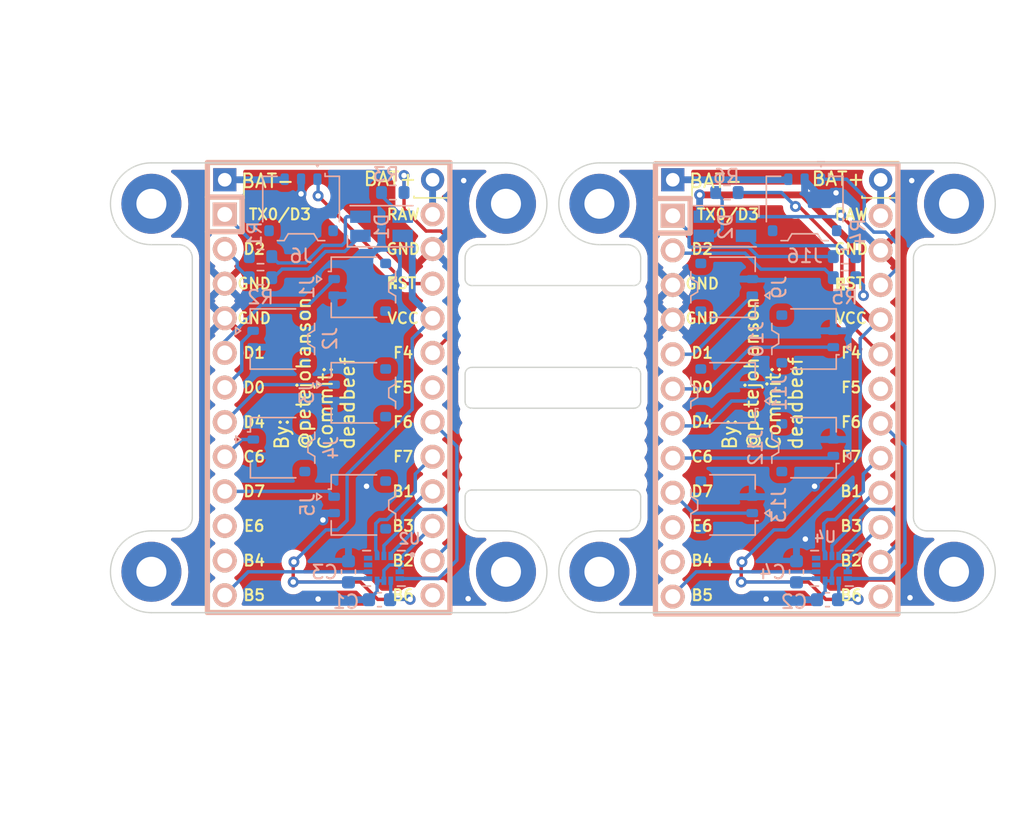
<source format=kicad_pcb>
(kicad_pcb (version 20211014) (generator pcbnew)
  (layers (0 "F.Cu" signal) (31 "B.Cu" signal) (34 "B.Paste" user) (35 "F.Paste" user) (36 "B.SilkS" user "B.Silkscreen") (37 "F.SilkS" user "F.Silkscreen") (38 "B.Mask" user) (39 "F.Mask" user) (44 "Edge.Cuts" user))
  (property "COMMIT" "deadbeef")
  (net 0 "")
  (net 1 "GND")
  (net 2 "VCC")
  (net 3 "Net-(D1-Pad2)")
  (net 5 "ACC_INT1")
  (net 6 "ACC_INT2")
  (net 7 "COPI")
  (net 9 "CIPO")
  (net 10 "SCL")
  (net 11 "ACC_CS")
  (net 13 "Net-(D1-Pad4)")
  (net 14 "GND1")
  (net 15 "BAT-")
  (net 16 "RESET")
  (net 18 "Net-(D1-Pad3)")
  (net 20 "SW1")
  (net 21 "SW2")
  (net 22 "SW3")
  (net 23 "SW4")
  (net 24 "SW5")
  (net 25 "LED_R")
  (net 26 "LED_G")
  (net 27 "LED_B")
  (net 29 "VCCQ")
  (net 30 "Net-(D2-Pad2)")
  (net 31 "Net-(D2-Pad3)")
  (net 32 "Net-(D2-Pad4)")
  (net 33 "BAT+")
  (net 34 "SW1_r")
  (net 35 "SW2_r")
  (net 36 "SW3_r")
  (net 37 "SW4_r")
  (net 38 "SW5_r")
  (net 39 "BAT+_r")
  (net 40 "BAT-_r")
  (net 41 "RESET_r")
  (net 42 "LED_R_r")
  (net 43 "LED_G_r")
  (net 44 "LED_B_r")
  (net 48 "COPI_r")
  (net 49 "CIPO_r")
  (net 50 "SCL_r")
  (net 51 "ACC_CS_r")
  (net 52 "ACC_INT1_r")
  (net 54 "ACC_INT2_r")
  (footprint "MountingHole:MountingHole_2.2mm_M2_Pad" (layer "F.Cu") (at 119.85 86.5)
    (fp_text reference "H5" hide)
    (fp_text value "MountingHole")
  )
  (footprint "Keebio-Parts:breakaway-mousebites" (layer "F.Cu") (at 122.72385 104.5 90)
    (fp_text reference "REF**" hide)
    (fp_text value "breakaway-mousebites" hide)
  )
  (footprint "Keebio-Parts:ArduinoProMicro" (layer "F.Cu") (at 132.85 101.35 -90)
    (fp_text reference "U3" hide)
    (fp_text value "ProMicro" hide)
  )
  (footprint "Keebio-Parts:breakaway-mousebites" (layer "F.Cu") (at 122.67385 95.575 90)
    (fp_text reference "REF**" hide)
    (fp_text value "breakaway-mousebites" hide)
  )
  (footprint "Keebio-Parts:breakaway-mousebites" (layer "F.Cu") (at 110.22615 104.475 -90)
    (fp_text reference "REF**" hide)
    (fp_text value "breakaway-mousebites" hide)
  )
  (footprint "Keebio-Parts:ArduinoProMicro" (layer "F.Cu") (at 100 101.25 -90)
    (fp_text reference "U1" hide)
    (fp_text value "ProMicro" hide)
  )
  (footprint "Connector_PinSocket_2.54mm:PinSocket_1x01_P2.54mm_Vertical" (layer "F.Cu") (at 125.3105 84.771 -90)
    (fp_text reference "J15" hide)
    (fp_text value "BAT-")
  )
  (footprint "MountingHole:MountingHole_2.2mm_M2_Pad" (layer "F.Cu") (at 113 86.5)
    (fp_text reference "H2" hide)
    (fp_text value "MountingHole")
  )
  (footprint "Connector_PinSocket_2.54mm:PinSocket_1x01_P2.54mm_Vertical" (layer "F.Cu") (at 107.5855 84.74)
    (fp_text reference "J7" hide)
    (fp_text value "BAT+")
  )
  (footprint "MountingHole:MountingHole_2.2mm_M2_Pad" (layer "F.Cu") (at 87 113.5 180)
    (fp_text reference "H3" hide)
    (fp_text value "MountingHole")
  )
  (footprint "MountingHole:MountingHole_2.2mm_M2_Pad" (layer "F.Cu") (at 87 86.5)
    (fp_text reference "H1" hide)
    (fp_text value "MountingHole")
  )
  (footprint "MountingHole:MountingHole_2.2mm_M2_Pad" (layer "F.Cu") (at 145.85 86.5)
    (fp_text reference "H6" hide)
    (fp_text value "MountingHole")
  )
  (footprint "MountingHole:MountingHole_2.2mm_M2_Pad" (layer "F.Cu") (at 145.85 113.5)
    (fp_text reference "H8" hide)
    (fp_text value "MountingHole")
  )
  (footprint "MountingHole:MountingHole_2.2mm_M2_Pad" (layer "F.Cu") (at 113 113.5)
    (fp_text reference "H4" hide)
    (fp_text value "MountingHole")
  )
  (footprint "Keebio-Parts:breakaway-mousebites" (layer "F.Cu") (at 110.125 95.525 -90)
    (fp_text reference "REF**" hide)
    (fp_text value "breakaway-mousebites" hide)
  )
  (footprint "Connector_PinSocket_2.54mm:PinSocket_1x01_P2.54mm_Vertical" (layer "F.Cu") (at 140.4355 84.74)
    (fp_text reference "J14" hide)
    (fp_text value "BAT+")
  )
  (footprint "Connector_PinSocket_2.54mm:PinSocket_1x01_P2.54mm_Vertical" (layer "F.Cu") (at 92.4605 84.771 -90)
    (fp_text reference "J8" hide)
    (fp_text value "BAT-")
  )
  (footprint "MountingHole:MountingHole_2.2mm_M2_Pad" (layer "F.Cu") (at 119.85 113.5 180)
    (fp_text reference "H7" hide)
    (fp_text value "MountingHole")
  )
  (footprint "Resistor_SMD:R_0603_1608Metric" (layer "B.Cu") (at 104.7 85.675 180)
    (fp_text reference "R3")
    (fp_text value "22")
  )
  (footprint "LED_SMD:LED_RGB_Wuerth-PLCC4_3.2x2.8mm_150141M173100" (layer "B.Cu") (at 129.05 88.15 180)
    (fp_text reference "D2")
    (fp_text value "LED_ABGR")
  )
  (footprint "LED_SMD:LED_RGB_Wuerth-PLCC4_3.2x2.8mm_150141M173100" (layer "B.Cu") (at 103.875 88.15)
    (fp_text reference "D1")
    (fp_text value "LED_ABGR")
  )
  (footprint "Resistor_SMD:R_0603_1608Metric" (layer "B.Cu") (at 95 90.375)
    (fp_text reference "R1")
    (fp_text value "68")
  )
  (footprint "Capacitor_SMD:C_0603_1608Metric" (layer "B.Cu") (at 103.725 115.55)
    (fp_text reference "C1")
    (fp_text value "100nF")
  )
  (footprint "Capacitor_SMD:C_0603_1608Metric" (layer "B.Cu") (at 136.575 115.55)
    (fp_text reference "C2")
    (fp_text value "100nF")
  )
  (footprint "Connector_Molex:Molex_Pico-EZmate_78171-0002_1x02-1MP_P1.20mm_Vertical" (layer "B.Cu") (at 102.275 100.371 -90)
    (fp_text reference "J3")
    (fp_text value "Conn_01x02")
  )
  (footprint "Resistor_SMD:R_0603_1608Metric" (layer "B.Cu") (at 137.825 90.375)
    (fp_text reference "R4")
    (fp_text value "68")
  )
  (footprint "Resistor_SMD:R_0603_1608Metric" (layer "B.Cu") (at 95 91.925)
    (fp_text reference "R2")
    (fp_text value "22")
  )
  (footprint "Connector_Molex:Molex_Pico-EZmate_78171-0003_1x03-1MP_P1.20mm_Vertical" (layer "B.Cu") (at 97.975 86.575 180)
    (fp_text reference "J6")
    (fp_text value "Power/Reset")
  )
  (footprint "Capacitor_SMD:C_0603_1608Metric" (layer "B.Cu") (at 101.45 113.5 90)
    (fp_text reference "C3")
    (fp_text value "100nF")
  )
  (footprint "main:PQFN50P250X300X86-14N" (layer "B.Cu") (at 136.9 113.25 180)
    (fp_text reference "U4")
    (fp_text value "LSM6DSO")
  )
  (footprint "Connector_Molex:Molex_Pico-EZmate_78171-0002_1x02-1MP_P1.20mm_Vertical" (layer "B.Cu") (at 129.184277 92.625 90)
    (fp_text reference "J9")
    (fp_text value "Conn_01x02")
  )
  (footprint "Connector_Molex:Molex_Pico-EZmate_78171-0002_1x02-1MP_P1.20mm_Vertical" (layer "B.Cu") (at 129.184277 100.371 90)
    (fp_text reference "J11")
    (fp_text value "Conn_01x02")
  )
  (footprint "Connector_Molex:Molex_Pico-EZmate_78171-0003_1x03-1MP_P1.20mm_Vertical" (layer "B.Cu") (at 134.9 86.575 180)
    (fp_text reference "J16")
    (fp_text value "Power/Reset")
  )
  (footprint "Capacitor_SMD:C_0603_1608Metric" (layer "B.Cu") (at 134.3 113.5 90)
    (fp_text reference "C4")
    (fp_text value "100nF")
  )
  (footprint "Resistor_SMD:R_0603_1608Metric" (layer "B.Cu") (at 129.2 85.675 180)
    (fp_text reference "R6")
    (fp_text value "22")
  )
  (footprint "Connector_Molex:Molex_Pico-EZmate_78171-0002_1x02-1MP_P1.20mm_Vertical" (layer "B.Cu") (at 102.275 108.596 -90)
    (fp_text reference "J5")
    (fp_text value "Conn_01x02")
  )
  (footprint "Connector_Molex:Molex_Pico-EZmate_78171-0002_1x02-1MP_P1.20mm_Vertical" (layer "B.Cu") (at 129.184277 108.596 90)
    (fp_text reference "J13")
    (fp_text value "Conn_01x02")
  )
  (footprint "main:PQFN50P250X300X86-14N" (layer "B.Cu") (at 104.05 113.25 180)
    (fp_text reference "U2")
    (fp_text value "LSM6DSO")
  )
  (footprint "Connector_Molex:Molex_Pico-EZmate_78171-0002_1x02-1MP_P1.20mm_Vertical" (layer "B.Cu") (at 102.275 92.625 -90)
    (fp_text reference "J1")
    (fp_text value "Conn_01x02")
  )
  (footprint "Connector_Molex:Molex_Pico-EZmate_78171-0002_1x02-1MP_P1.20mm_Vertical" (layer "B.Cu") (at 135.125 96.421 90)
    (fp_text reference "J10")
    (fp_text value "Conn_01x02")
  )
  (footprint "Connector_Molex:Molex_Pico-EZmate_78171-0002_1x02-1MP_P1.20mm_Vertical" (layer "B.Cu") (at 96.334277 96.421 -90)
    (fp_text reference "J2")
    (fp_text value "Conn_01x02")
  )
  (footprint "Resistor_SMD:R_0603_1608Metric" (layer "B.Cu") (at 137.825 91.925)
    (fp_text reference "R5")
    (fp_text value "22")
  )
  (footprint "Connector_Molex:Molex_Pico-EZmate_78171-0002_1x02-1MP_P1.20mm_Vertical" (layer "B.Cu") (at 135.125 104.396 90)
    (fp_text reference "J12")
    (fp_text value "Conn_01x02")
  )
  (footprint "Connector_Molex:Molex_Pico-EZmate_78171-0002_1x02-1MP_P1.20mm_Vertical" (layer "B.Cu") (at 96.35 104.396 -90)
    (fp_text reference "J4")
    (fp_text value "Conn_01x02")
  )
  (gr_arc (start 122.8755 101) (mid 122.729053 101.353553) (end 122.3755 101.5) (layer "Edge.Cuts") (width 0.1))
  (gr_arc (start 122.8755 92) (mid 122.729053 92.353553) (end 122.3755 92.5) (layer "Edge.Cuts") (width 0.1))
  (gr_arc (start 122.3755 98.5) (mid 122.729053 98.646447) (end 122.8755 99) (layer "Edge.Cuts") (width 0.1))
  (gr_arc (start 113.0005 83.5) (mid 116.0005 86.5) (end 113.0005 89.5) (layer "Edge.Cuts") (width 0.1))
  (gr_line (start 121.8755 110.5) (end 119.8755 110.5) (layer "Edge.Cuts") (width 0.1))
  (gr_arc (start 119.8755 89.5) (mid 116.8755 86.5) (end 119.8755 83.5) (layer "Edge.Cuts") (width 0.1))
  (gr_line (start 110.5005 107.5) (end 122.3755 107.5) (layer "Edge.Cuts") (width 0.1))
  (gr_line (start 122.8755 108) (end 122.8755 109.5) (layer "Edge.Cuts") (width 0.1))
  (gr_line (start 110.5005 98.5) (end 122.3755 98.5) (layer "Edge.Cuts") (width 0.1))
  (gr_line (start 110.5005 92.5) (end 122.3755 92.5) (layer "Edge.Cuts") (width 0.1))
  (gr_arc (start 113.0005 110.5) (mid 116.0005 113.5) (end 113.0005 116.5) (layer "Edge.Cuts") (width 0.1))
  (gr_arc (start 110.0005 99) (mid 110.146947 98.646447) (end 110.5005 98.5) (layer "Edge.Cuts") (width 0.1))
  (gr_line (start 87.0005 116.5) (end 113.0005 116.5) (layer "Edge.Cuts") (width 0.1))
  (gr_arc (start 142.8755 90.5) (mid 143.168393 89.792893) (end 143.8755 89.5) (layer "Edge.Cuts") (width 0.1))
  (gr_line (start 87.0005 83.5) (end 113.0005 83.5) (layer "Edge.Cuts") (width 0.1))
  (gr_line (start 111.0005 110.5) (end 113.0005 110.5) (layer "Edge.Cuts") (width 0.1))
  (gr_line (start 89.0005 89.5) (end 87.0005 89.5) (layer "Edge.Cuts") (width 0.1))
  (gr_arc (start 89.0005 89.5) (mid 89.707607 89.792893) (end 90.0005 90.5) (layer "Edge.Cuts") (width 0.1))
  (gr_line (start 143.8755 89.5) (end 145.8755 89.5) (layer "Edge.Cuts") (width 0.1))
  (gr_line (start 111.0005 89.5) (end 113.0005 89.5) (layer "Edge.Cuts") (width 0.1))
  (gr_arc (start 87.0005 89.5) (mid 84.0005 86.5) (end 87.0005 83.5) (layer "Edge.Cuts") (width 0.1))
  (gr_line (start 121.8755 89.5) (end 119.8755 89.5) (layer "Edge.Cuts") (width 0.1))
  (gr_arc (start 111.0005 110.5) (mid 110.293393 110.207107) (end 110.0005 109.5) (layer "Edge.Cuts") (width 0.1))
  (gr_line (start 110.0005 99) (end 110.0005 101) (layer "Edge.Cuts") (width 0.1))
  (gr_line (start 145.8755 116.5) (end 119.8755 116.5) (layer "Edge.Cuts") (width 0.1))
  (gr_arc (start 87.0005 116.5) (mid 84.0005 113.5) (end 87.0005 110.5) (layer "Edge.Cuts") (width 0.1))
  (gr_arc (start 143.8755 110.5) (mid 143.168393 110.207107) (end 142.8755 109.5) (layer "Edge.Cuts") (width 0.1))
  (gr_arc (start 90.0005 109.5) (mid 89.707607 110.207107) (end 89.0005 110.5) (layer "Edge.Cuts") (width 0.1))
  (gr_arc (start 145.8755 110.5) (mid 148.8755 113.5) (end 145.8755 116.5) (layer "Edge.Cuts") (width 0.1))
  (gr_line (start 143.8755 110.5) (end 145.8755 110.5) (layer "Edge.Cuts") (width 0.1))
  (gr_line (start 110.5005 101.5) (end 122.3755 101.5) (layer "Edge.Cuts") (width 0.1))
  (gr_line (start 110.0005 90.5) (end 110.0005 92) (layer "Edge.Cuts") (width 0.1))
  (gr_arc (start 110.0005 90.5) (mid 110.293393 89.792893) (end 111.0005 89.5) (layer "Edge.Cuts") (width 0.1))
  (gr_arc (start 110.0005 108) (mid 110.146947 107.646447) (end 110.5005 107.5) (layer "Edge.Cuts") (width 0.1))
  (gr_arc (start 122.3755 107.5) (mid 122.729053 107.646447) (end 122.8755 108) (layer "Edge.Cuts") (width 0.1))
  (gr_line (start 142.8755 109.5) (end 142.8755 90.5) (layer "Edge.Cuts") (width 0.1))
  (gr_arc (start 121.8755 89.5) (mid 122.582607 89.792893) (end 122.8755 90.5) (layer "Edge.Cuts") (width 0.1))
  (gr_arc (start 119.8755 116.5) (mid 116.8755 113.5) (end 119.8755 110.5) (layer "Edge.Cuts") (width 0.1))
  (gr_arc (start 122.8755 109.5) (mid 122.582607 110.207107) (end 121.8755 110.5) (layer "Edge.Cuts") (width 0.1))
  (gr_line (start 110.0005 108) (end 110.0005 109.5) (layer "Edge.Cuts") (width 0.1))
  (gr_arc (start 110.5005 92.5) (mid 110.146947 92.353553) (end 110.0005 92) (layer "Edge.Cuts") (width 0.1))
  (gr_arc (start 145.8755 83.5) (mid 148.8755 86.5) (end 145.8755 89.5) (layer "Edge.Cuts") (width 0.1))
  (gr_arc (start 110.5005 101.5) (mid 110.146947 101.353553) (end 110.0005 101) (layer "Edge.Cuts") (width 0.1))
  (gr_line (start 90.0005 90.5) (end 90.0005 109.5) (layer "Edge.Cuts") (width 0.1))
  (gr_line (start 122.8755 99) (end 122.8755 101) (layer "Edge.Cuts") (width 0.1))
  (gr_line (start 122.8755 90.5) (end 122.8755 92) (layer "Edge.Cuts") (width 0.1))
  (gr_line (start 145.8755 83.5) (end 119.8755 83.5) (layer "Edge.Cuts") (width 0.1))
  (gr_line (start 89.0005 110.5) (end 87.0005 110.5) (layer "Edge.Cuts") (width 0.1))
  (gr_text "By:\n@petejohanson\nCommit:\n${COMMIT}" (at 131.825 104.625 90) (layer "F.SilkS") (effects (font (size 1 1)) (justify left)))
  (gr_text "By:\n@petejohanson\nCommit:\n${COMMIT}" (at 98.975 104.625 90) (layer "F.SilkS") (effects (font (size 1 1)) (justify left)))
  (segment (start 110.225 115.475) (end 108.725 113.975) (width 0.25) (layer "F.Cu") (net 1))
  (segment (start 108.725 113.975) (end 106.05 113.975) (width 0.25) (layer "F.Cu") (net 1))
  (via (at 99.225 115.5) (size 0.8) (drill 0.4) (layers "F.Cu" "B.Cu") (net 1))
  (via (at 110.225 115.475) (size 0.8) (drill 0.4) (layers "F.Cu" "B.Cu") (net 1))
  (via (at 99.578654 109.7005) (size 0.8) (drill 0.4) (layers "F.Cu" "B.Cu") (net 1))
  (via (at 97.975 85.775) (size 0.8) (drill 0.4) (layers "F.Cu" "B.Cu") (net 1))
  (via (at 109.9 84.8) (size 0.8) (drill 0.4) (layers "F.Cu" "B.Cu") (net 1))
  (via (at 102.775 107.225) (size 0.8) (drill 0.4) (layers "F.Cu" "B.Cu") (net 1))
  (segment (start 95.696 104.996) (end 94.475 104.996) (width 0.25) (layer "B.Cu") (net 1))
  (segment (start 104.05 114.16) (end 103.55 114.16) (width 0.25) (layer "B.Cu") (net 1))
  (segment (start 104.05 113.4) (end 104.05 114.16) (width 0.25) (layer "B.Cu") (net 1))
  (segment (start 99.225 115.5) (end 99.275 115.55) (width 0.25) (layer "B.Cu") (net 1))
  (segment (start 105.21 113) (end 104.45 113) (width 0.25) (layer "B.Cu") (net 1))
  (segment (start 103.55 114.95) (end 102.95 115.55) (width 0.25) (layer "B.Cu") (net 1))
  (segment (start 97.975 84.7) (end 97.975 85.775) (width 0.25) (layer "B.Cu") (net 1))
  (segment (start 100.083154 109.196) (end 100.4 109.196) (width 0.25) (layer "B.Cu") (net 1))
  (segment (start 105.21 113.5) (end 105.21 113) (width 0.25) (layer "B.Cu") (net 1))
  (segment (start 99.275 115.55) (end 102.95 115.55) (width 0.25) (layer "B.Cu") (net 1))
  (segment (start 103.55 114.16) (end 103.55 114.95) (width 0.25) (layer "B.Cu") (net 1))
  (segment (start 104.45 113) (end 104.05 113.4) (width 0.25) (layer "B.Cu") (net 1))
  (segment (start 99.578654 109.7005) (end 100.083154 109.196) (width 0.25) (layer "B.Cu") (net 1))
  (segment (start 95.7 105) (end 95.696 104.996) (width 0.25) (layer "B.Cu") (net 1))
  (segment (start 102.325 114.25) (end 103.6 115.525) (width 0.25) (layer "F.Cu") (net 2))
  (segment (start 97.45 112.7755) (end 97.4 112.8255) (width 0.25) (layer "F.Cu") (net 2))
  (segment (start 97.4 114.25) (end 102.325 114.25) (width 0.25) (layer "F.Cu") (net 2))
  (segment (start 97.4 112.8255) (end 97.4 114.25) (width 0.25) (layer "F.Cu") (net 2))
  (segment (start 103.6 115.525) (end 105.975 115.525) (width 0.25) (layer "F.Cu") (net 2))
  (via (at 105.975 115.525) (size 0.8) (drill 0.4) (layers "F.Cu" "B.Cu") (net 2))
  (via (at 97.4 114.25) (size 0.8) (drill 0.4) (layers "F.Cu" "B.Cu") (net 2))
  (via (at 97.45 112.7755) (size 0.8) (drill 0.4) (layers "F.Cu" "B.Cu") (net 2))
  (segment (start 97.4 114.25) (end 101.425 114.25) (width 0.25) (layer "B.Cu") (net 2))
  (segment (start 101.35 106.35) (end 106.1225 101.5775) (width 0.25) (layer "B.Cu") (net 2))
  (segment (start 106.1225 96.3975) (end 107.62 94.9) (width 0.25) (layer "B.Cu") (net 2))
  (segment (start 97.45 112.7755) (end 99.8005 110.425) (width 0.25) (layer "B.Cu") (net 2))
  (segment (start 104.55 114.16) (end 104.55 115.5) (width 0.25) (layer "B.Cu") (net 2))
  (segment (start 101.425 114.25) (end 101.45 114.275) (width 0.25) (layer "B.Cu") (net 2))
  (segment (start 105.425 88.85) (end 106.125 89.55) (width 0.5) (layer "B.Cu") (net 2))
  (segment (start 105.975 115.525) (end 104.525 115.525) (width 0.25) (layer "B.Cu") (net 2))
  (segment (start 104.55 115.5) (end 104.5 115.55) (width 0.25) (layer "B.Cu") (net 2))
  (segment (start 106.125 93.405) (end 107.62 94.9) (width 0.5) (layer "B.Cu") (net 2))
  (segment (start 106.1225 101.5775) (end 106.1225 96.3975) (width 0.25) (layer "B.Cu") (net 2))
  (segment (start 101.35 109.725) (end 101.35 106.35) (width 0.25) (layer "B.Cu") (net 2))
  (segment (start 104.525 115.525) (end 104.5 115.55) (width 0.25) (layer "B.Cu") (net 2))
  (segment (start 102.89 114) (end 101.725 114) (width 0.25) (layer "B.Cu") (net 2))
  (segment (start 101.725 114) (end 101.45 114.275) (width 0.25) (layer "B.Cu") (net 2))
  (segment (start 106.125 89.55) (end 106.125 93.405) (width 0.5) (layer "B.Cu") (net 2))
  (segment (start 99.8005 110.425) (end 100.65 110.425) (width 0.25) (layer "B.Cu") (net 2))
  (segment (start 100.65 110.425) (end 101.35 109.725) (width 0.25) (layer "B.Cu") (net 2))
  (segment (start 103.875 85.675) (end 103.875 85.9) (width 0.25) (layer "B.Cu") (net 3))
  (segment (start 103.875 85.9) (end 105.425 87.45) (width 0.25) (layer "B.Cu") (net 3))
  (segment (start 109.4 112.65) (end 108.05 114) (width 0.25) (layer "B.Cu") (net 5))
  (segment (start 108.05 114) (end 105.21 114) (width 0.25) (layer "B.Cu") (net 5))
  (segment (start 109.4 104.3) (end 109.4 112.65) (width 0.25) (layer "B.Cu") (net 5))
  (segment (start 107.62 102.52) (end 109.4 104.3) (width 0.25) (layer "B.Cu") (net 5))
  (segment (start 94.1 113.5) (end 92.38 115.22) (width 0.25) (layer "B.Cu") (net 6))
  (segment (start 102.89 113.5) (end 94.1 113.5) (width 0.25) (layer "B.Cu") (net 6))
  (segment (start 108.95 111.35) (end 107.62 112.68) (width 0.25) (layer "B.Cu") (net 7))
  (segment (start 106.8 108.925) (end 108.325 108.925) (width 0.25) (layer "B.Cu") (net 7))
  (segment (start 108.325 108.925) (end 108.95 109.55) (width 0.25) (layer "B.Cu") (net 7))
  (segment (start 106.15 110.585402) (end 106.15 109.575) (width 0.25) (layer "B.Cu") (net 7))
  (segment (start 108.95 109.55) (end 108.95 111.35) (width 0.25) (layer "B.Cu") (net 7))
  (segment (start 106.15 109.575) (end 106.8 108.925) (width 0.25) (layer "B.Cu") (net 7))
  (segment (start 104.55 112.185402) (end 106.15 110.585402) (width 0.25) (layer "B.Cu") (net 7))
  (segment (start 104.55 112.34) (end 104.55 112.185402) (width 0.25) (layer "B.Cu") (net 7))
  (segment (start 105.26 112.5) (end 105.21 112.5) (width 0.25) (layer "B.Cu") (net 9))
  (segment (start 107.62 110.14) (end 105.26 112.5) (width 0.25) (layer "B.Cu") (net 9))
  (segment (start 107.25 107.6) (end 105.4 109.45) (width 0.25) (layer "B.Cu") (net 10))
  (segment (start 104.05 111.578107) (end 104.05 112.34) (width 0.25) (layer "B.Cu") (net 10))
  (segment (start 105.4 109.45) (end 105.4 110.228107) (width 0.25) (layer "B.Cu") (net 10))
  (segment (start 107.62 107.6) (end 107.25 107.6) (width 0.25) (layer "B.Cu") (net 10))
  (segment (start 105.4 110.228107) (end 104.05 111.578107) (width 0.25) (layer "B.Cu") (net 10))
  (segment (start 106.35 106.33) (end 106.35 107.6) (width 0.25) (layer "B.Cu") (net 11))
  (segment (start 103.45 109.963893) (end 103.45 111.925) (width 0.25) (layer "B.Cu") (net 11))
  (segment (start 104.279 109.671) (end 103.742893 109.671) (width 0.25) (layer "B.Cu") (net 11))
  (segment (start 103.45 111.925) (end 103.55 112.025) (width 0.25) (layer "B.Cu") (net 11))
  (segment (start 107.62 105.06) (end 106.35 106.33) (width 0.25) (layer "B.Cu") (net 11))
  (segment (start 103.55 112.025) (end 103.55 112.34) (width 0.25) (layer "B.Cu") (net 11))
  (segment (start 103.742893 109.671) (end 103.45 109.963893) (width 0.25) (layer "B.Cu") (net 11))
  (segment (start 106.35 107.6) (end 104.279 109.671) (width 0.25) (layer "B.Cu") (net 11))
  (segment (start 102.325 87.45) (end 101.325 87.45) (width 0.25) (layer "B.Cu") (net 13))
  (segment (start 101.225 89.3) (end 100.975 89.55) (width 0.25) (layer "B.Cu") (net 13))
  (segment (start 96.288604 90.838604) (end 95.825 90.375) (width 0.25) (layer "B.Cu") (net 13))
  (segment (start 101.225 87.55) (end 101.225 89.3) (width 0.25) (layer "B.Cu") (net 13))
  (segment (start 98.3 90.838604) (end 96.288604 90.838604) (width 0.25) (layer "B.Cu") (net 13))
  (segment (start 100.975 89.55) (end 99.588604 89.55) (width 0.25) (layer "B.Cu") (net 13))
  (segment (start 99.588604 89.55) (end 98.3 90.838604) (width 0.25) (layer "B.Cu") (net 13))
  (segment (start 101.325 87.45) (end 101.225 87.55) (width 0.25) (layer "B.Cu") (net 13))
  (segment (start 142.625 115.4) (end 142.625 115.225) (width 0.5) (layer "F.Cu") (net 14))
  (segment (start 141.325 114.1) (end 142.625 115.4) (width 0.25) (layer "F.Cu") (net 14))
  (segment (start 139.1 114.35) (end 139.35 114.1) (width 0.25) (layer "F.Cu") (net 14))
  (segment (start 139.35 114.1) (end 141.325 114.1) (width 0.25) (layer "F.Cu") (net 14))
  (via (at 142.75 84.8) (size 0.8) (drill 0.4) (layers "F.Cu" "B.Cu") (net 14))
  (via (at 134.95 111.1) (size 0.8) (drill 0.4) (layers "F.Cu" "B.Cu") (net 14))
  (via (at 142.625 115.4) (size 0.8) (drill 0.4) (layers "F.Cu" "B.Cu") (net 14))
  (via (at 132.075 115.5) (size 0.8) (drill 0.4) (layers "F.Cu" "B.Cu") (net 14))
  (via (at 137.2 85.7) (size 0.8) (drill 0.4) (layers "F.Cu" "B.Cu") (net 14))
  (via (at 135.625 107.225) (size 0.8) (drill 0.4) (layers "F.Cu" "B.Cu") (net 14))
  (segment (start 132.125 115.55) (end 135.8 115.55) (width 0.25) (layer "B.Cu") (net 14))
  (segment (start 138.6937 88.1437) (end 140.47 89.92) (width 0.5) (layer "B.Cu") (net 14))
  (segment (start 138.6937 86.5937) (end 138.6937 88.1437) (width 0.5) (layer "B.Cu") (net 14))
  (segment (start 138.06 113.5) (end 138.06 113) (width 0.25) (layer "B.Cu") (net 14))
  (segment (start 137.2 85.7) (end 137.8 85.7) (width 0.5) (layer "B.Cu") (net 14))
  (segment (start 137.3 113) (end 136.9 113.4) (width 0.25) (layer "B.Cu") (net 14))
  (segment (start 136.9 113.4) (end 136.9 114.16) (width 0.25) (layer "B.Cu") (net 14))
  (segment (start 136.9 114.16) (end 136.4 114.16) (width 0.25) (layer "B.Cu") (net 14))
  (segment (start 132.075 115.5) (end 132.125 115.55) (width 0.25) (layer "B.Cu") (net 14))
  (segment (start 138.06 113) (end 137.3 113) (width 0.25) (layer "B.Cu") (net 14))
  (segment (start 136.4 114.95) (end 135.8 115.55) (width 0.25) (layer "B.Cu") (net 14))
  (segment (start 135.8 85.7) (end 137.2 85.7) (width 0.5) (layer "B.Cu") (net 14))
  (segment (start 137.8 85.7) (end 138.6937 86.5937) (width 0.5) (layer "B.Cu") (net 14))
  (segment (start 136.4 114.16) (end 136.4 114.95) (width 0.25) (layer "B.Cu") (net 14))
  (segment (start 134.9 84.7) (end 134.9 84.8) (width 0.5) (layer "B.Cu") (net 14))
  (segment (start 134.9 84.8) (end 135.8 85.7) (width 0.5) (layer "B.Cu") (net 14))
  (segment (start 96.735 84.74) (end 96.775 84.7) (width 0.5) (layer "B.Cu") (net 15))
  (segment (start 92.38 84.74) (end 96.735 84.74) (width 0.5) (layer "B.Cu") (net 15))
  (segment (start 105.66 92.36) (end 99.225 85.925) (width 0.25) (layer "F.Cu") (net 16))
  (segment (start 107.62 92.36) (end 105.66 92.36) (width 0.25) (layer "F.Cu") (net 16))
  (via (at 99.225 85.925) (size 0.8) (drill 0.4) (layers "F.Cu" "B.Cu") (net 16))
  (segment (start 99.225 84.75) (end 99.175 84.7) (width 0.25) (layer "B.Cu") (net 16))
  (segment (start 99.225 85.925) (end 99.225 84.75) (width 0.25) (layer "B.Cu") (net 16))
  (segment (start 99.775 90) (end 101.175 90) (width 0.25) (layer "B.Cu") (net 18))
  (segment (start 98.486396 91.288604) (end 99.775 90) (width 0.25) (layer "B.Cu") (net 18))
  (segment (start 96.586396 91.288604) (end 98.486396 91.288604) (width 0.25) (layer "B.Cu") (net 18))
  (segment (start 101.175 90) (end 102.325 88.85) (width 0.25) (layer "B.Cu") (net 18))
  (segment (start 95.85 92.025) (end 96.586396 91.288604) (width 0.25) (layer "B.Cu") (net 18))
  (segment (start 100.4 92.05) (end 100.4 92.025) (width 0.25) (layer "B.Cu") (net 20))
  (segment (start 92.38 96.598895) (end 95.028896 93.95) (width 0.25) (layer "B.Cu") (net 20))
  (segment (start 98.5 93.95) (end 100.4 92.05) (width 0.25) (layer "B.Cu") (net 20))
  (segment (start 92.38 97.44) (end 92.38 96.598895) (width 0.25) (layer "B.Cu") (net 20))
  (segment (start 95.028896 93.95) (end 98.5 93.95) (width 0.25) (layer "B.Cu") (net 20))
  (segment (start 94.459277 95.821) (end 93.625 96.655277) (width 0.25) (layer "B.Cu") (net 21))
  (segment (start 93.625 96.655277) (end 93.625 98.735) (width 0.25) (layer "B.Cu") (net 21))
  (segment (start 93.625 98.735) (end 92.38 99.98) (width 0.25) (layer "B.Cu") (net 21))
  (segment (start 95.129 99.771) (end 100.4 99.771) (width 0.25) (layer "B.Cu") (net 22))
  (segment (start 92.38 102.52) (end 95.129 99.771) (width 0.25) (layer "B.Cu") (net 22))
  (segment (start 93.644 103.796) (end 92.38 105.06) (width 0.25) (layer "B.Cu") (net 23))
  (segment (start 94.475 103.796) (end 93.644 103.796) (width 0.25) (layer "B.Cu") (net 23))
  (segment (start 100.004 107.6) (end 92.38 107.6) (width 0.25) (layer "B.Cu") (net 24))
  (segment (start 100.4 107.996) (end 100.004 107.6) (width 0.25) (layer "B.Cu") (net 24))
  (segment (start 94.2 89.1) (end 94.2 90.475) (width 0.25) (layer "B.Cu") (net 25))
  (segment (start 92.38 87.28) (end 94.2 89.1) (width 0.25) (layer "B.Cu") (net 25))
  (segment (start 93.2925 90.7325) (end 92.38 89.82) (width 0.25) (layer "B.Cu") (net 26))
  (segment (start 93.2925 91.1175) (end 93.2925 90.7325) (width 0.25) (layer "B.Cu") (net 26))
  (segment (start 94.2 92.025) (end 93.2925 91.1175) (width 0.25) (layer "B.Cu") (net 26))
  (segment (start 108.5 96.56) (end 108.875 96.185) (width 0.25) (layer "F.Cu") (net 27))
  (segment (start 107.62 97.44) (end 108.5 96.56) (width 0.25) (layer "F.Cu") (net 27))
  (segment (start 105.525 86.883895) (end 105.525 84.425) (width 0.25) (layer "F.Cu") (net 27))
  (segment (start 108.875 96.185) (end 108.875 89.15) (width 0.25) (layer "F.Cu") (net 27))
  (segment (start 108.225 88.5) (end 107.141105 88.5) (width 0.25) (layer "F.Cu") (net 27))
  (segment (start 108.875 89.15) (end 108.225 88.5) (width 0.25) (layer "F.Cu") (net 27))
  (segment (start 107.141105 88.5) (end 105.525 86.883895) (width 0.25) (layer "F.Cu") (net 27))
  (via (at 105.525 84.425) (size 0.8) (drill 0.4) (layers "F.Cu" "B.Cu") (net 27))
  (segment (start 105.525 84.425) (end 105.525 85.675) (width 0.25) (layer "B.Cu") (net 27))
  (segment (start 138.375 89.45) (end 134.775 85.85) (width 0.5) (layer "F.Cu") (net 29))
  (segment (start 138.360725 92.877475) (end 138.375 92.8632) (width 0.5) (layer "F.Cu") (net 29))
  (segment (start 130.25 112.8255) (end 130.25 114.25) (width 0.25) (layer "F.Cu") (net 29))
  (segment (start 136.45 115.525) (end 138.825 115.525) (width 0.25) (layer "F.Cu") (net 29))
  (segment (start 140.47 95) (end 139.725 95) (width 0.5) (layer "F.Cu") (net 29))
  (segment (start 130.25 114.25) (end 135.175 114.25) (width 0.25) (layer "F.Cu") (net 29))
  (segment (start 135.175 114.25) (end 136.45 115.525) (width 0.25) (layer "F.Cu") (net 29))
  (segment (start 130.3 112.7755) (end 130.25 112.8255) (width 0.25) (layer "F.Cu") (net 29))
  (segment (start 139.725 95) (end 138.360725 93.635725) (width 0.5) (layer "F.Cu") (net 29))
  (segment (start 134.775 85.85) (end 127.2 85.85) (width 0.5) (layer "F.Cu") (net 29))
  (segment (start 138.360725 93.635725) (end 138.360725 92.877475) (width 0.5) (layer "F.Cu") (net 29))
  (segment (start 138.375 92.8632) (end 138.375 89.45) (width 0.5) (layer "F.Cu") (net 29))
  (via (at 138.825 115.525) (size 0.8) (drill 0.4) (layers "F.Cu" "B.Cu") (net 29))
  (via (at 130.25 114.25) (size 0.8) (drill 0.4) (layers "F.Cu" "B.Cu") (net 29))
  (via (at 127.2 85.85) (size 0.8) (drill 0.4) (layers "F.Cu" "B.Cu") (net 29))
  (via (at 130.3 112.7755) (size 0.8) (drill 0.4) (layers "F.Cu" "B.Cu") (net 29))
  (segment (start 133.5 110.425) (end 132.6505 110.425) (width 0.25) (layer "B.Cu") (net 29))
  (segment (start 134.575 114) (end 134.3 114.275) (width 0.25) (layer "B.Cu") (net 29))
  (segment (start 137.4 115.5) (end 137.35 115.55) (width 0.25) (layer "B.Cu") (net 29))
  (segment (start 138.9725 104.9525) (end 133.5 110.425) (width 0.25) (layer "B.Cu") (net 29))
  (segment (start 130.25 114.25) (end 134.275 114.25) (width 0.25) (layer "B.Cu") (net 29))
  (segment (start 138.9725 96.3975) (end 138.9725 104.9525) (width 0.25) (layer "B.Cu") (net 29))
  (segment (start 137.4 114.16) (end 137.4 115.5) (width 0.25) (layer "B.Cu") (net 29))
  (segment (start 127.2 85.85) (end 127.2 87.15) (width 0.5) (layer "B.Cu") (net 29))
  (segment (start 140.47 94.9) (end 138.9725 96.3975) (width 0.25) (layer "B.Cu") (net 29))
  (segment (start 135.74 114) (end 134.575 114) (width 0.25) (layer "B.Cu") (net 29))
  (segment (start 138.825 115.525) (end 137.375 115.525) (width 0.25) (layer "B.Cu") (net 29))
  (segment (start 127.2 87.15) (end 127.5 87.45) (width 0.5) (layer "B.Cu") (net 29))
  (segment (start 134.275 114.25) (end 134.3 114.275) (width 0.25) (layer "B.Cu") (net 29))
  (segment (start 137.375 115.525) (end 137.35 115.55) (width 0.25) (layer "B.Cu") (net 29))
  (segment (start 132.6505 110.425) (end 130.3 112.7755) (width 0.25) (layer "B.Cu") (net 29))
  (segment (start 128.325 88.85) (end 127.5 88.85) (width 0.25) (layer "B.Cu") (net 30))
  (segment (start 128.85 88.325) (end 128.325 88.85) (width 0.25) (layer "B.Cu") (net 30))
  (segment (start 128.85 86.15) (end 128.85 88.325) (width 0.25) (layer "B.Cu") (net 30))
  (segment (start 128.375 85.675) (end 128.85 86.15) (width 0.25) (layer "B.Cu") (net 30))
  (segment (start 139.169694 93.188526) (end 139.210725 93.229557) (width 0.25) (layer "F.Cu") (net 31))
  (segment (start 139.169694 88.969293) (end 139.169694 93.188526) (width 0.25) (layer "F.Cu") (net 31))
  (segment (start 137.546943 87.346542) (end 139.169694 88.969293) (width 0.25) (layer "F.Cu") (net 31))
  (via (at 137.546943 87.346542) (size 0.8) (drill 0.4) (layers "F.Cu" "B.Cu") (net 31))
  (via (at 139.210725 93.229557) (size 0.8) (drill 0.4) (layers "F.Cu" "B.Cu") (net 31))
  (segment (start 139.210725 93.229557) (end 139.210725 92.485725) (width 0.25) (layer "B.Cu") (net 31))
  (segment (start 139.210725 92.485725) (end 138.65 91.925) (width 0.25) (layer "B.Cu") (net 31))
  (segment (start 137.546943 87.346542) (end 137.443485 87.45) (width 0.25) (layer "B.Cu") (net 31))
  (segment (start 137.443485 87.45) (end 130.6 87.45) (width 0.25) (layer "B.Cu") (net 31))
  (segment (start 138.65 90.375) (end 138.217462 90.375) (width 0.25) (layer "B.Cu") (net 32))
  (segment (start 137.417462 89.575) (end 131.325 89.575) (width 0.25) (layer "B.Cu") (net 32))
  (segment (start 138.217462 90.375) (end 137.417462 89.575) (width 0.25) (layer "B.Cu") (net 32))
  (segment (start 131.325 89.575) (end 130.6 88.85) (width 0.25) (layer "B.Cu") (net 32))
  (segment (start 107.62 84.74) (end 107.62 87.28) (width 0.5) (layer "B.Cu") (net 33))
  (segment (start 131.059277 93.225) (end 126.744277 97.54) (width 0.25) (layer "B.Cu") (net 34))
  (segment (start 126.744277 97.54) (end 125.23 97.54) (width 0.25) (layer "B.Cu") (net 34))
  (segment (start 125.23 100.08) (end 127.895 100.08) (width 0.25) (layer "B.Cu") (net 35))
  (segment (start 130.954 97.021) (end 137 97.021) (width 0.25) (layer "B.Cu") (net 35))
  (segment (start 127.895 100.08) (end 130.954 97.021) (width 0.25) (layer "B.Cu") (net 35))
  (segment (start 125.406 102.796) (end 125.23 102.62) (width 0.25) (layer "B.Cu") (net 36))
  (segment (start 129.541384 100.971) (end 127.716384 102.796) (width 0.25) (layer "B.Cu") (net 36))
  (segment (start 131.059277 100.971) (end 129.541384 100.971) (width 0.25) (layer "B.Cu") (net 36))
  (segment (start 127.716384 102.796) (end 125.406 102.796) (width 0.25) (layer "B.Cu") (net 36))
  (segment (start 125.23 105.16) (end 136.836 105.16) (width 0.25) (layer "B.Cu") (net 37))
  (segment (start 136.836 105.16) (end 137 104.996) (width 0.25) (layer "B.Cu") (net 37))
  (segment (start 131.059277 109.196) (end 126.726 109.196) (width 0.25) (layer "B.Cu") (net 38))
  (segment (start 126.726 109.196) (end 125.23 107.7) (width 0.25) (layer "B.Cu") (net 38))
  (segment (start 140.47 84.74) (end 140.47 87.28) (width 0.5) (layer "B.Cu") (net 39))
  (segment (start 125.23 84.74) (end 133.66 84.74) (width 0.5) (layer "B.Cu") (net 40))
  (segment (start 133.66 84.74) (end 133.7 84.7) (width 0.5) (layer "B.Cu") (net 40))
  (segment (start 140.47 92.46) (end 141.75 91.18) (width 0.25) (layer "B.Cu") (net 41))
  (segment (start 141.75 89.5) (end 140.8313 88.5813) (width 0.25) (layer "B.Cu") (net 41))
  (segment (start 141.75 91.18) (end 141.75 89.5) (width 0.25) (layer "B.Cu") (net 41))
  (segment (start 139.972405 88.5813) (end 139.2687 87.877595) (width 0.25) (layer "B.Cu") (net 41))
  (segment (start 140.8313 88.5813) (end 139.972405 88.5813) (width 0.25) (layer "B.Cu") (net 41))
  (segment (start 139.2687 85.9937) (end 137.975 84.7) (width 0.25) (layer "B.Cu") (net 41))
  (segment (start 139.2687 87.877595) (end 139.2687 85.9937) (width 0.25) (layer "B.Cu") (net 41))
  (segment (start 137.975 84.7) (end 136.1 84.7) (width 0.25) (layer "B.Cu") (net 41))
  (segment (start 126.475 89.675) (end 126.4313 89.6313) (width 0.25) (layer "B.Cu") (net 42))
  (segment (start 126.425 88.575) (end 125.23 87.38) (width 0.25) (layer "B.Cu") (net 42))
  (segment (start 131.488604 90.375) (end 130.788604 89.675) (width 0.25) (layer "B.Cu") (net 42))
  (segment (start 130.788604 89.675) (end 126.475 89.675) (width 0.25) (layer "B.Cu") (net 42))
  (segment (start 126.4313 89.6313) (end 126.4313 89.422405) (width 0.25) (layer "B.Cu") (net 42))
  (segment (start 137 90.375) (end 131.488604 90.375) (width 0.25) (layer "B.Cu") (net 42))
  (segment (start 126.425 89.416105) (end 126.425 88.575) (width 0.25) (layer "B.Cu") (net 42))
  (segment (start 126.4313 89.422405) (end 126.425 89.416105) (width 0.25) (layer "B.Cu") (net 42))
  (segment (start 130.525 90.125) (end 131.7 91.3) (width 0.25) (layer "B.Cu") (net 43))
  (segment (start 131.7 91.3) (end 136.375 91.3) (width 0.25) (layer "B.Cu") (net 43))
  (segment (start 136.375 91.3) (end 137 91.925) (width 0.25) (layer "B.Cu") (net 43))
  (segment (start 125.23 89.92) (end 125.435 90.125) (width 0.25) (layer "B.Cu") (net 43))
  (segment (start 125.435 90.125) (end 130.525 90.125) (width 0.25) (layer "B.Cu") (net 43))
  (segment (start 134.4995 86.6995) (end 134.225 86.6995) (width 0.25) (layer "F.Cu") (net 44))
  (segment (start 137.625 89.825) (end 136.025 88.225) (width 0.25) (layer "F.Cu") (net 44))
  (segment (start 136.025 88.225) (end 134.4995 86.6995) (width 0.25) (layer "F.Cu") (net 44))
  (segment (start 137.625 94.695) (end 137.625 89.825) (width 0.25) (layer "F.Cu") (net 44))
  (segment (start 140.47 97.54) (end 137.625 94.695) (width 0.25) (layer "F.Cu") (net 44))
  (via (at 134.225 86.6995) (size 0.8) (drill 0.4) (layers "F.Cu" "B.Cu") (net 44))
  (segment (start 134.225 86.6995) (end 133.2005 85.675) (width 0.25) (layer "B.Cu") (net 44))
  (segment (start 133.2005 85.675) (end 130.025 85.675) (width 0.25) (layer "B.Cu") (net 44))
  (segment (start 141.175 108.925) (end 141.8 109.55) (width 0.25) (layer "B.Cu") (net 48))
  (segment (start 139 109.575) (end 139.65 108.925) (width 0.25) (layer "B.Cu") (net 48))
  (segment (start 141.8 109.55) (end 141.8 111.35) (width 0.25) (layer "B.Cu") (net 48))
  (segment (start 137.4 112.185402) (end 139 110.585402) (width 0.25) (layer "B.Cu") (net 48))
  (segment (start 137.4 112.34) (end 137.4 112.185402) (width 0.25) (layer "B.Cu") (net 48))
  (segment (start 139 110.585402) (end 139 109.575) (width 0.25) (layer "B.Cu") (net 48))
  (segment (start 139.65 108.925) (end 141.175 108.925) (width 0.25) (layer "B.Cu") (net 48))
  (segment (start 141.8 111.35) (end 140.47 112.68) (width 0.25) (layer "B.Cu") (net 48))
  (segment (start 140.47 110.14) (end 138.11 112.5) (width 0.25) (layer "B.Cu") (net 49))
  (segment (start 138.11 112.5) (end 138.06 112.5) (width 0.25) (layer "B.Cu") (net 49))
  (segment (start 136.9 111.578107) (end 136.9 112.34) (width 0.25) (layer "B.Cu") (net 50))
  (segment (start 138.25 110.228107) (end 136.9 111.578107) (width 0.25) (layer "B.Cu") (net 50))
  (segment (start 140.1 107.6) (end 138.25 109.45) (width 0.25) (layer "B.Cu") (net 50))
  (segment (start 140.47 107.6) (end 140.1 107.6) (width 0.25) (layer "B.Cu") (net 50))
  (segment (start 138.25 109.45) (end 138.25 110.228107) (width 0.25) (layer "B.Cu") (net 50))
  (segment (start 137.129 109.671) (end 136.592893 109.671) (width 0.25) (layer "B.Cu") (net 51))
  (segment (start 136.4 112.025) (end 136.4 112.34) (width 0.25) (layer "B.Cu") (net 51))
  (segment (start 140.47 105.06) (end 139.2 106.33) (width 0.25) (layer "B.Cu") (net 51))
  (segment (start 136.3 109.963893) (end 136.3 111.925) (width 0.25) (layer "B.Cu") (net 51))
  (segment (start 136.3 111.925) (end 136.4 112.025) (width 0.25) (layer "B.Cu") (net 51))
  (segment (start 136.592893 109.671) (end 136.3 109.963893) (width 0.25) (layer "B.Cu") (net 51))
  (segment (start 139.2 106.33) (end 139.2 107.6) (width 0.25) (layer "B.Cu") (net 51))
  (segment (start 139.2 107.6) (end 137.129 109.671) (width 0.25) (layer "B.Cu") (net 51))
  (segment (start 141.1 114) (end 138.06 114) (width 0.25) (layer "B.Cu") (net 52))
  (segment (start 140.47 102.52) (end 142.25 104.3) (width 0.25) (layer "B.Cu") (net 52))
  (segment (start 142.25 112.85) (end 141.1 114) (width 0.25) (layer "B.Cu") (net 52))
  (segment (start 142.25 104.3) (end 142.25 112.85) (width 0.25) (layer "B.Cu") (net 52))
  (segment (start 126.95 113.5) (end 125.23 115.22) (width 0.25) (layer "B.Cu") (net 54))
  (segment (start 135.74 113.5) (end 126.95 113.5) (width 0.25) (layer "B.Cu") (net 54))
  (zone (net 1) (net_name "GND") (layers F&B.Cu) (connect_pads (clearance 0.508)) (min_thickness 0.254) (fill yes (thermal_gap 0.508) (thermal_bridge_width 0.508))
    (polygon (pts (xy 75.9 131.35) (xy 76.55 71.55) (xy 116.35 76.7) (xy 116.75 120.9)))
  )
  (zone (net 14) (net_name "GND1") (layers F&B.Cu) (connect_pads (clearance 0.508)) (min_thickness 0.254) (fill yes (thermal_gap 0.508) (thermal_bridge_width 0.508))
    (polygon (pts (xy 149.45 118.175) (xy 116.7 117.55) (xy 116.725 82.65) (xy 149.275 82.5)))
  )
)
</source>
